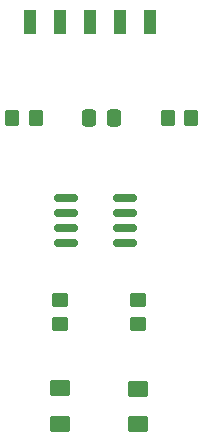
<source format=gbr>
%TF.GenerationSoftware,KiCad,Pcbnew,(6.0.10)*%
%TF.CreationDate,2023-02-14T20:35:35-05:00*%
%TF.ProjectId,starterProject,73746172-7465-4725-9072-6f6a6563742e,rev?*%
%TF.SameCoordinates,Original*%
%TF.FileFunction,Paste,Top*%
%TF.FilePolarity,Positive*%
%FSLAX46Y46*%
G04 Gerber Fmt 4.6, Leading zero omitted, Abs format (unit mm)*
G04 Created by KiCad (PCBNEW (6.0.10)) date 2023-02-14 20:35:35*
%MOMM*%
%LPD*%
G01*
G04 APERTURE LIST*
G04 Aperture macros list*
%AMRoundRect*
0 Rectangle with rounded corners*
0 $1 Rounding radius*
0 $2 $3 $4 $5 $6 $7 $8 $9 X,Y pos of 4 corners*
0 Add a 4 corners polygon primitive as box body*
4,1,4,$2,$3,$4,$5,$6,$7,$8,$9,$2,$3,0*
0 Add four circle primitives for the rounded corners*
1,1,$1+$1,$2,$3*
1,1,$1+$1,$4,$5*
1,1,$1+$1,$6,$7*
1,1,$1+$1,$8,$9*
0 Add four rect primitives between the rounded corners*
20,1,$1+$1,$2,$3,$4,$5,0*
20,1,$1+$1,$4,$5,$6,$7,0*
20,1,$1+$1,$6,$7,$8,$9,0*
20,1,$1+$1,$8,$9,$2,$3,0*%
G04 Aperture macros list end*
%ADD10RoundRect,0.250000X-0.350000X-0.450000X0.350000X-0.450000X0.350000X0.450000X-0.350000X0.450000X0*%
%ADD11RoundRect,0.250000X-0.450000X0.350000X-0.450000X-0.350000X0.450000X-0.350000X0.450000X0.350000X0*%
%ADD12RoundRect,0.250001X0.624999X-0.462499X0.624999X0.462499X-0.624999X0.462499X-0.624999X-0.462499X0*%
%ADD13R,1.000000X2.000000*%
%ADD14RoundRect,0.150000X-0.825000X-0.150000X0.825000X-0.150000X0.825000X0.150000X-0.825000X0.150000X0*%
%ADD15RoundRect,0.250000X-0.337500X-0.475000X0.337500X-0.475000X0.337500X0.475000X-0.337500X0.475000X0*%
G04 APERTURE END LIST*
D10*
%TO.C,R2*%
X116872000Y-71120000D03*
X118872000Y-71120000D03*
%TD*%
D11*
%TO.C,R3*%
X127508000Y-86555500D03*
X127508000Y-88555500D03*
%TD*%
D10*
%TO.C,R1*%
X130048000Y-71120000D03*
X132048000Y-71120000D03*
%TD*%
D12*
%TO.C,D2*%
X120904000Y-96991500D03*
X120904000Y-94016500D03*
%TD*%
D13*
%TO.C,J2*%
X118364000Y-62992000D03*
X120904000Y-62992000D03*
X123444000Y-62992000D03*
X125984000Y-62992000D03*
X128524000Y-62992000D03*
%TD*%
D11*
%TO.C,R4*%
X120904000Y-86519000D03*
X120904000Y-88519000D03*
%TD*%
D12*
%TO.C,D1*%
X127508000Y-97028000D03*
X127508000Y-94053000D03*
%TD*%
D14*
%TO.C,U1*%
X121477000Y-77851000D03*
X121477000Y-79121000D03*
X121477000Y-80391000D03*
X121477000Y-81661000D03*
X126427000Y-81661000D03*
X126427000Y-80391000D03*
X126427000Y-79121000D03*
X126427000Y-77851000D03*
%TD*%
D15*
%TO.C,C1*%
X123422500Y-71120000D03*
X125497500Y-71120000D03*
%TD*%
M02*

</source>
